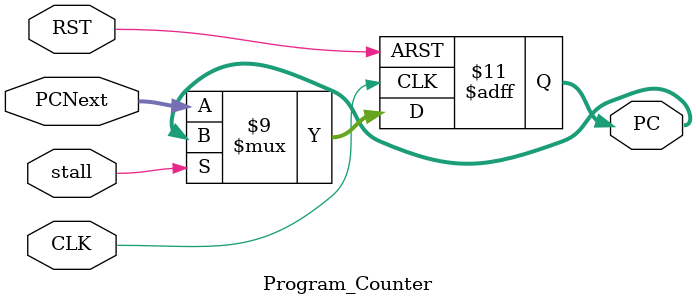
<source format=v>
module Program_Counter #(parameter WIDTH = 32 ) (
input   wire                    CLK ,
input   wire                    RST ,stall,
input	  wire	  [WIDTH-1:0]		  PCNext,
output  reg     [WIDTH-1:0]		  PC
);



always @(posedge CLK or negedge RST) 
begin
  if (!RST) 
  begin
    PC <= 'b0;
  end else if(!stall == 1'b1) 
  begin
    PC <= PCNext;
  end else if(!stall == 1'b0)
  begin
    PC <= PC;
  end
end




endmodule
</source>
